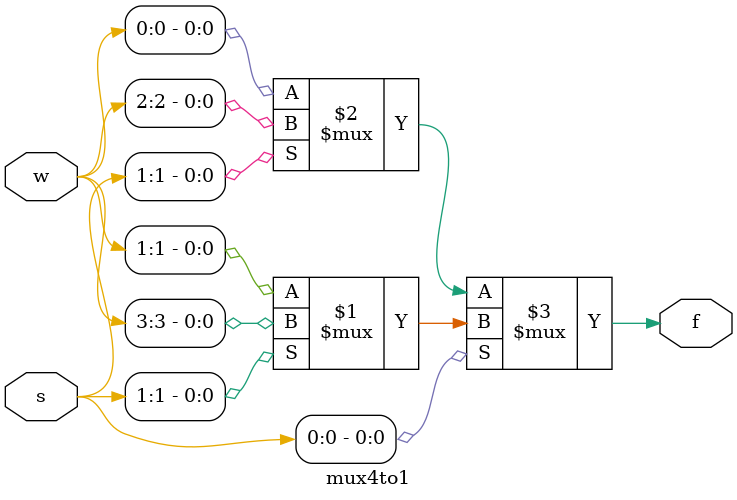
<source format=v>
module btog(bin,gray);
input [3:0] bin;
output [3:0] gray;
wire [3:0] w;
assign gray[3]=bin[3];
assign w = {1'b0,1'b1,1'b1,1'b0};
mux4to1 st0(w,bin[3:2],gray[2]);
mux4to1 st1(w,bin[2:1],gray[1]);
mux4to1 st2(w,bin[1:0],gray[0]);
endmodule
module mux4to1(w,s,f);
input [3:0] w;
input [1:0] s;
output f;
assign f = s[0]?(s[1]?w[3]:w[1]):(s[1]?w[2]:w[0]);
endmodule

</source>
